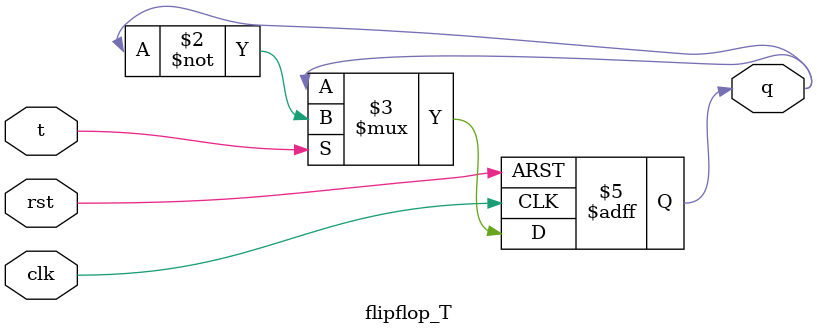
<source format=v>
module flipflop_T (
    input t, clk, rst,
    output reg q
);
    always @(posedge clk or posedge rst) begin
        if (rst)
            q <= 0;
        else if (t)
            q <= ~q;
    end
endmodule

</source>
